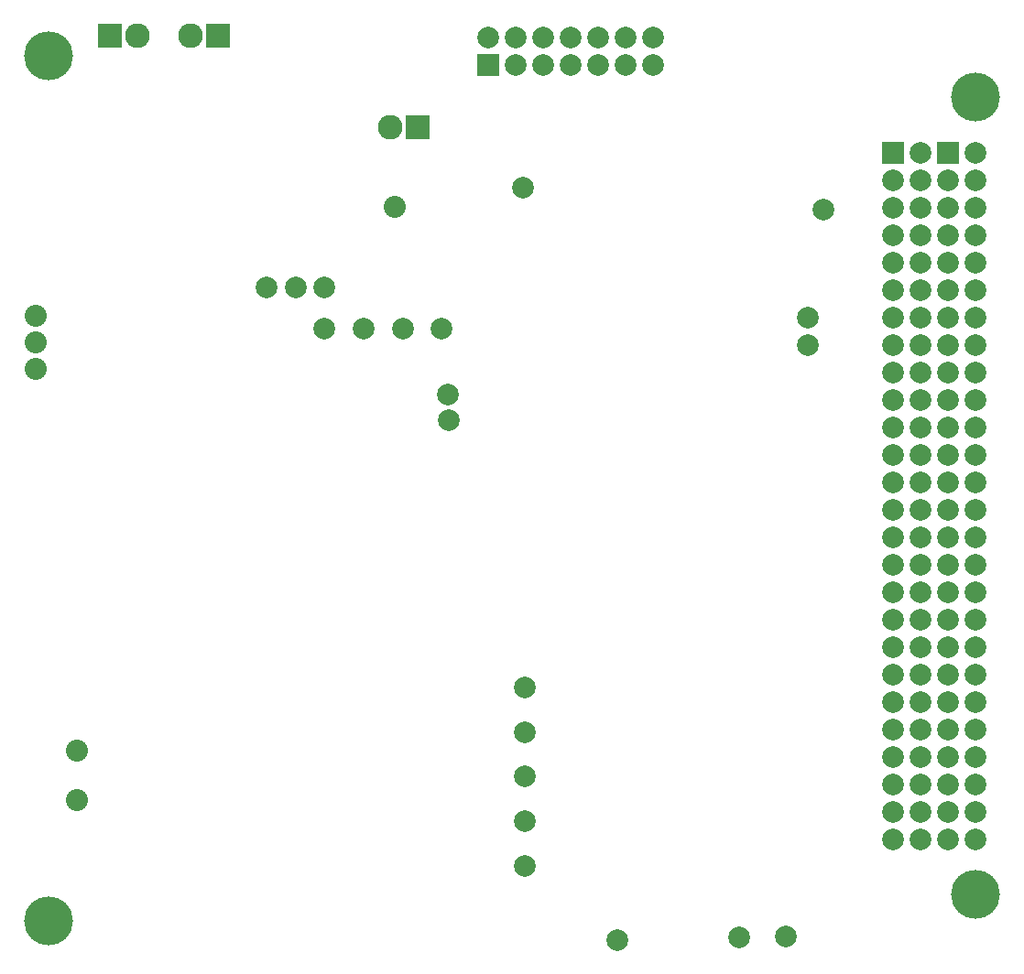
<source format=gbs>
%FSTAX23Y23*%
%MOIN*%
%SFA1B1*%

%IPPOS*%
%ADD86C,0.177480*%
%ADD87C,0.080000*%
%ADD88R,0.090000X0.090000*%
%ADD89C,0.090000*%
%ADD90C,0.079060*%
%ADD91R,0.079060X0.079060*%
%ADD92R,0.079060X0.079060*%
%LNpcb_ttc_rf4463f30-1*%
%LPD*%
G54D86*
X00128Y03345D03*
X035Y03194D03*
X00128Y00195D03*
X03501Y00293D03*
G54D87*
X01387Y02796D03*
X0008Y02398D03*
Y02302D03*
Y02206D03*
X0023Y00816D03*
Y00635D03*
G54D88*
X00352Y0342D03*
X0147Y03086D03*
X00744Y0342D03*
G54D89*
X00452Y0342D03*
X0137Y03086D03*
X00644Y0342D03*
G54D90*
X01558Y02351D03*
X01416D03*
X01854Y02866D03*
X01132Y02501D03*
X01027D03*
X00922D03*
X01132Y02351D03*
X01274D03*
X01585Y0202D03*
X01581Y02112D03*
X02198Y00126D03*
X01862Y00396D03*
Y00558D03*
Y00721D03*
Y00883D03*
Y01046D03*
X02812Y00138D03*
X02641Y00135D03*
X02327Y03411D03*
Y03311D03*
X02227Y03411D03*
Y03311D03*
X02127Y03411D03*
Y03311D03*
X02027Y03411D03*
Y03311D03*
X01927Y03411D03*
Y03311D03*
X01827Y03411D03*
Y03311D03*
X01727Y03411D03*
X0289Y02293D03*
Y02392D03*
X02948Y02786D03*
X03501Y00593D03*
X03401D03*
X03501Y00693D03*
X03401D03*
X03501Y00793D03*
X03401D03*
X03501Y00893D03*
X03401D03*
X03501Y00993D03*
X03401D03*
X03501Y01093D03*
X03401D03*
X03501Y01193D03*
X03401D03*
X03501Y01293D03*
X03401D03*
X03501Y01393D03*
X03401D03*
X03501Y01493D03*
X03401D03*
X03501Y01593D03*
X03401D03*
X03501Y01693D03*
X03401D03*
X03501Y01793D03*
X03401D03*
X03501Y01893D03*
X03401D03*
X03501Y01993D03*
X03401D03*
X03501Y02093D03*
X03401D03*
X03501Y02193D03*
X03401Y02192D03*
X03501Y02293D03*
X03401D03*
X03501Y02393D03*
X03401D03*
X03501Y02493D03*
X034D03*
X03501Y02593D03*
X034D03*
X03501Y02693D03*
X03401D03*
X03501Y02793D03*
X03401D03*
X03501Y02893D03*
X03401D03*
X03501Y02993D03*
X03401Y00493D03*
X03501D03*
X03301D03*
X03201D03*
X03301Y02993D03*
X03201Y02893D03*
X03301D03*
X03201Y02793D03*
X03301D03*
X03201Y02693D03*
X03301D03*
X03201Y02593D03*
X03301D03*
X03201Y02493D03*
X03301D03*
X03201Y02393D03*
X03301D03*
X03201Y02293D03*
X03301D03*
X03201Y02192D03*
X03301Y02193D03*
X03201Y02093D03*
X03301D03*
X03201Y01993D03*
X03301D03*
X03201Y01893D03*
X03301D03*
X03201Y01793D03*
X03301D03*
X03201Y01693D03*
X03301D03*
X03201Y01593D03*
X03301D03*
X03201Y01493D03*
X03301D03*
X03201Y01393D03*
X03301D03*
X03201Y01293D03*
X03301D03*
X03201Y01193D03*
X03301D03*
X03201Y01093D03*
X03301D03*
X03201Y00993D03*
X03301D03*
X03201Y00893D03*
X03301D03*
X03201Y00793D03*
X03301D03*
X03201Y00693D03*
X03301D03*
X03201Y00593D03*
X03301D03*
G54D91*
X01727Y03311D03*
G54D92*
X034Y02993D03*
X03201D03*
M02*
</source>
